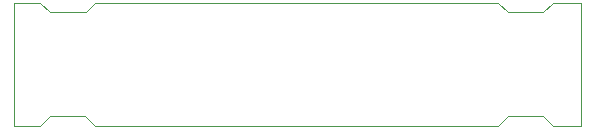
<source format=gko>
G04 #@! TF.FileFunction,Profile,NP*
%FSLAX46Y46*%
G04 Gerber Fmt 4.6, Leading zero omitted, Abs format (unit mm)*
G04 Created by KiCad (PCBNEW (2014-11-29 BZR 5307)-product) date 1/14/2015 11:11:53 PM*
%MOMM*%
G01*
G04 APERTURE LIST*
%ADD10C,0.100000*%
%ADD11C,0.010000*%
G04 APERTURE END LIST*
D10*
D11*
X145000000Y-105200000D02*
X142600000Y-105200000D01*
X103800000Y-105200000D02*
X138000000Y-105200000D01*
X97000000Y-105200000D02*
X99200000Y-105200000D01*
X99200000Y-94800000D02*
X97000000Y-94800000D01*
X138000000Y-94800000D02*
X103850000Y-94800000D01*
X145000000Y-94800000D02*
X142600000Y-94800000D01*
X138800000Y-95600000D02*
X138000000Y-94800000D01*
X141800000Y-95600000D02*
X142600000Y-94800000D01*
X138800000Y-95600000D02*
X141800000Y-95600000D01*
X138800000Y-104400000D02*
X138000000Y-105200000D01*
X141800000Y-104400000D02*
X142600000Y-105200000D01*
X138800000Y-104400000D02*
X141800000Y-104400000D01*
X145000000Y-94800000D02*
X145000000Y-105200000D01*
X100000000Y-104400000D02*
X99200000Y-105200000D01*
X103000000Y-104400000D02*
X103800000Y-105200000D01*
X100000000Y-104400000D02*
X103000000Y-104400000D01*
X97000000Y-94800000D02*
X97000000Y-105200000D01*
X100000000Y-95600000D02*
X99200000Y-94800000D01*
X103050000Y-95600000D02*
X103850000Y-94800000D01*
X100000000Y-95600000D02*
X103050000Y-95600000D01*
M02*

</source>
